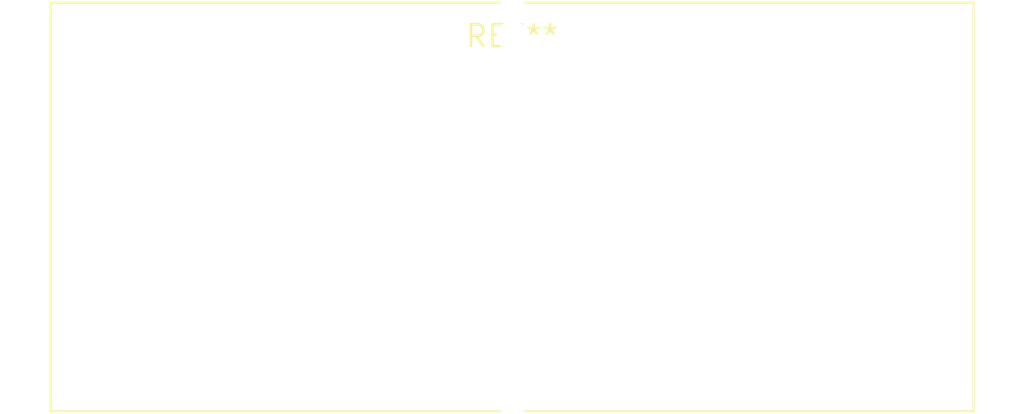
<source format=kicad_pcb>
(kicad_pcb (version 20240108) (generator pcbnew)
  (layers (0 "F.Cu" signal) (31 "B.Cu" signal) (34 "B.Paste" user) (35 "F.Paste" user) (36 "B.SilkS" user "B.Silkscreen") (37 "F.SilkS" user "F.Silkscreen") (38 "B.Mask" user) (39 "F.Mask" user) (44 "Edge.Cuts" user))
  (net 0 "")
  (footprint "L_Toroid_Vertical_L54.0mm_W23.8mm_P20.10mm_Bourns_5700" (layer "F.Cu") (at 0 0)
    (property "Reference" "REF**")
    (property "Value" "L_Toroid_Vertical_L54.0mm_W23.8mm_P20.10mm_Bourns_5700")
    (fp_line (start -27.12 -1.97) (end -27.12 22.07) (layer "F.SilkS") (stroke (width 0.12)))
    (fp_line (start -27.12 -1.97) (end -0.725 -1.97) (layer "F.SilkS") (stroke (width 0.12)))
    (fp_line (start -27.12 22.07) (end -0.725 22.07) (layer "F.SilkS") (stroke (width 0.12)))
    (fp_line (start 0.725 -1.97) (end 27.12 -1.97) (layer "F.SilkS") (stroke (width 0.12)))
    (fp_line (start 0.725 22.07) (end 27.12 22.07) (layer "F.SilkS") (stroke (width 0.12)))
    (fp_line (start 27.12 -1.97) (end 27.12 22.07) (layer "F.SilkS") (stroke (width 0.12)))
    (pad "1" thru_hole circle (at 0 0) (size 3.6 3.6) (drill 1.8) (layers *.Cu *.Mask) (remove_unused_layers))
    (pad "2" thru_hole circle (at 0 20.1) (size 3.6 3.6) (drill 1.8) (layers *.Cu *.Mask) (remove_unused_layers))
  )
)
</source>
